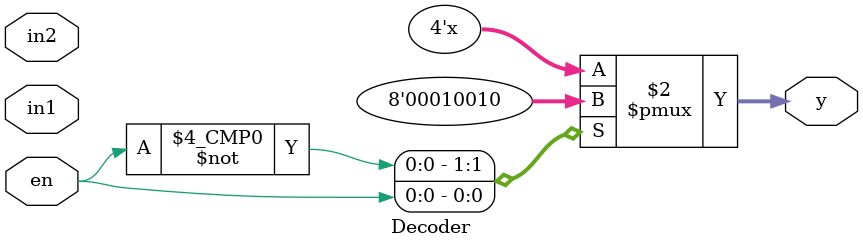
<source format=v>

module Decoder(
    input in1, in2, en,
    output reg [3:0] y
);

always @* begin
    case(en)
        2'b00: y = 4'b0001;
        2'b01: y = 4'b0010;
        2'b10: y = 4'b0100;
        2'b11: y = 4'b1000;
    endcase
end

endmodule

</source>
